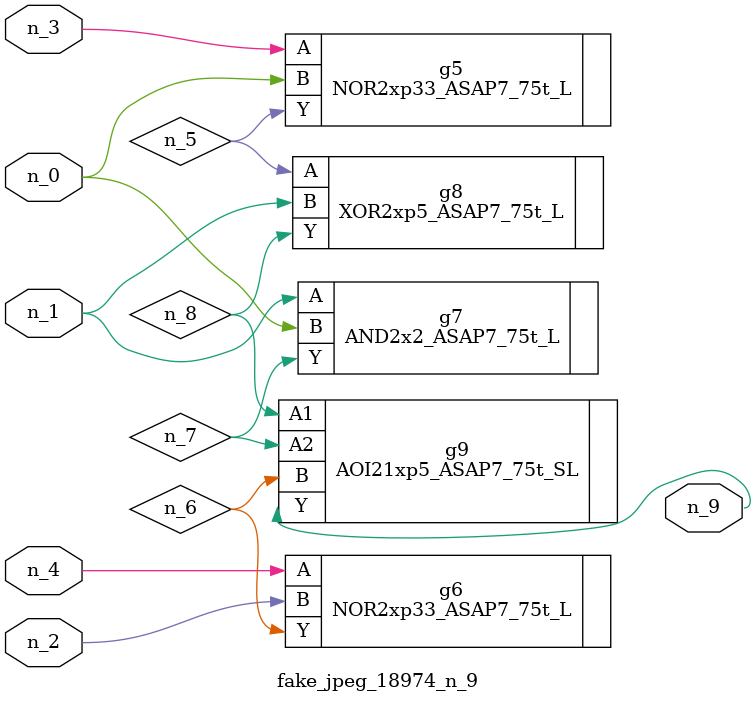
<source format=v>
module fake_jpeg_18974_n_9 (n_3, n_2, n_1, n_0, n_4, n_9);

input n_3;
input n_2;
input n_1;
input n_0;
input n_4;

output n_9;

wire n_8;
wire n_6;
wire n_5;
wire n_7;

NOR2xp33_ASAP7_75t_L g5 ( 
.A(n_3),
.B(n_0),
.Y(n_5)
);

NOR2xp33_ASAP7_75t_L g6 ( 
.A(n_4),
.B(n_2),
.Y(n_6)
);

AND2x2_ASAP7_75t_L g7 ( 
.A(n_1),
.B(n_0),
.Y(n_7)
);

XOR2xp5_ASAP7_75t_L g8 ( 
.A(n_5),
.B(n_1),
.Y(n_8)
);

AOI21xp5_ASAP7_75t_SL g9 ( 
.A1(n_8),
.A2(n_7),
.B(n_6),
.Y(n_9)
);


endmodule
</source>
